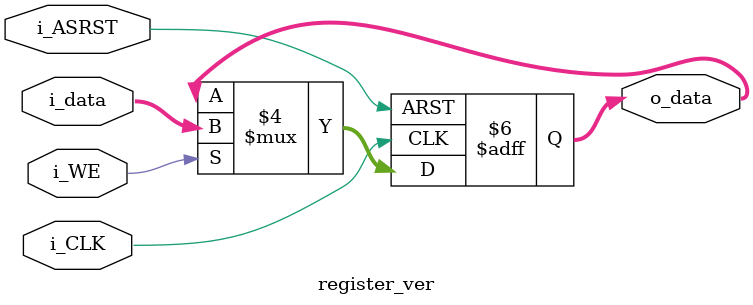
<source format=v>
`timescale 1ns/1ps
module register_ver(i_CLK, i_ASRST, i_WE, i_data, o_data);

//ports declaration
input i_CLK;	//clock input
input i_ASRST;	//async reset (active low)
input i_WE;		//write enable
input [31:0] i_data;			//input data
output reg [31:0] o_data;	//output (@rising)

always @(posedge i_CLK or negedge i_ASRST) begin
	if (!i_ASRST) begin
		o_data = 32'b0;
	end else if (i_WE) begin
		o_data <= i_data;
	end else begin
		o_data <= o_data;
	end
end

endmodule

</source>
